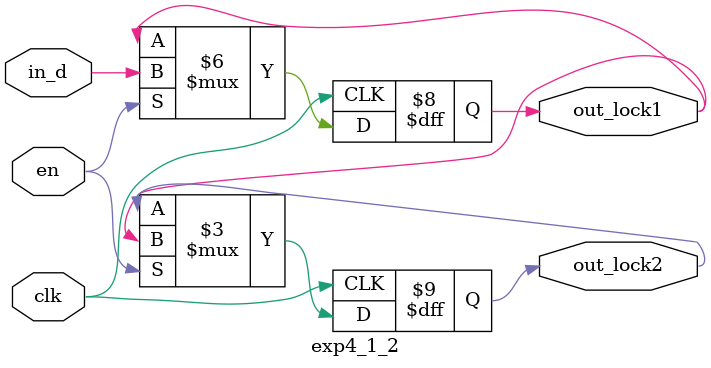
<source format=v>
module exp4_1_2(clk,in_d,en,out_lock1,out_lock2);
	input clk,in_d,en;
	output reg out_lock1, out_lock2;
	
	always @(posedge clk) begin
		if(en)
			begin
				out_lock1<=in_d;
				out_lock2<=out_lock1;
			end
		else
			begin
				out_lock1<=out_lock1;
				out_lock2<=out_lock2;
			end
	end
	
endmodule
		
</source>
